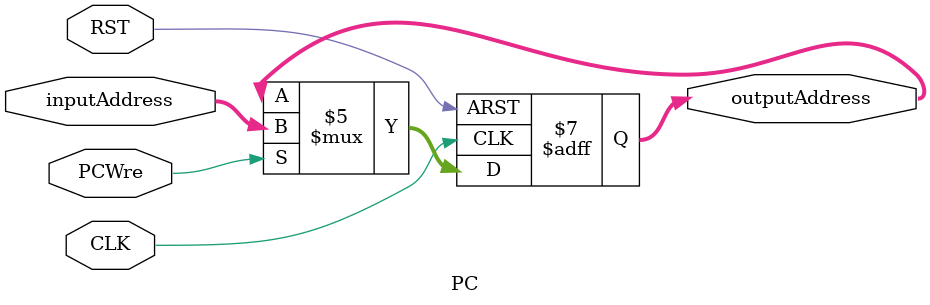
<source format=v>
`timescale 1ns / 1ps


module PC(
    input CLK,          //Ê±ÖÓ
    input RST,          //Îª0Ê±ÖØÖÃ
    input PCWre,        //Îª0Ê±Í£»ú£¬PC²»¸ü¸Ä
    input [31:0]inputAddress,
    output reg [31:0]outputAddress
    );
    
    initial begin
        outputAddress = 0;//³õÊ¼»¯PCµØÖ·Îª0
    end
    
    always@(negedge CLK or negedge RST) begin
        if (RST == 0) outputAddress <= 0;
        else begin
            if (PCWre == 1) outputAddress <= inputAddress;
        end
    end
endmodule
</source>
